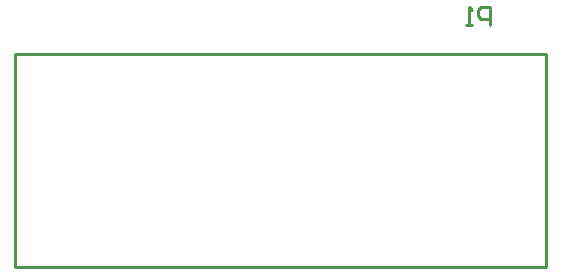
<source format=gbo>
G04 Layer_Color=32896*
%FSLAX25Y25*%
%MOIN*%
G70*
G01*
G75*
%ADD24C,0.01000*%
D24*
X180161Y-383634D02*
Y-312768D01*
Y-383634D02*
X357326D01*
Y-312768D01*
X180161D02*
X357326D01*
X338583Y-303150D02*
Y-297151D01*
X335584D01*
X334584Y-298151D01*
Y-300151D01*
X335584Y-301150D01*
X338583D01*
X332585Y-303150D02*
X330585D01*
X331585D01*
Y-297151D01*
X332585Y-298151D01*
M02*

</source>
